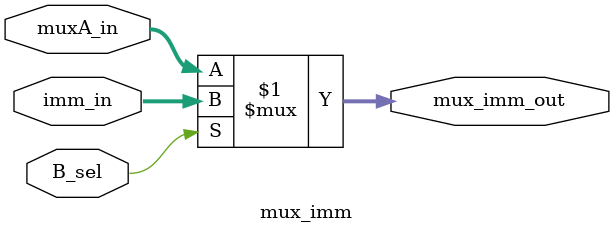
<source format=v>
module mux_imm (input B_sel,
                input [31:0] imm_in, muxA_in,
                output [31:0] mux_imm_out);
assign mux_imm_out= (B_sel)? imm_in: muxA_in;
endmodule
</source>
